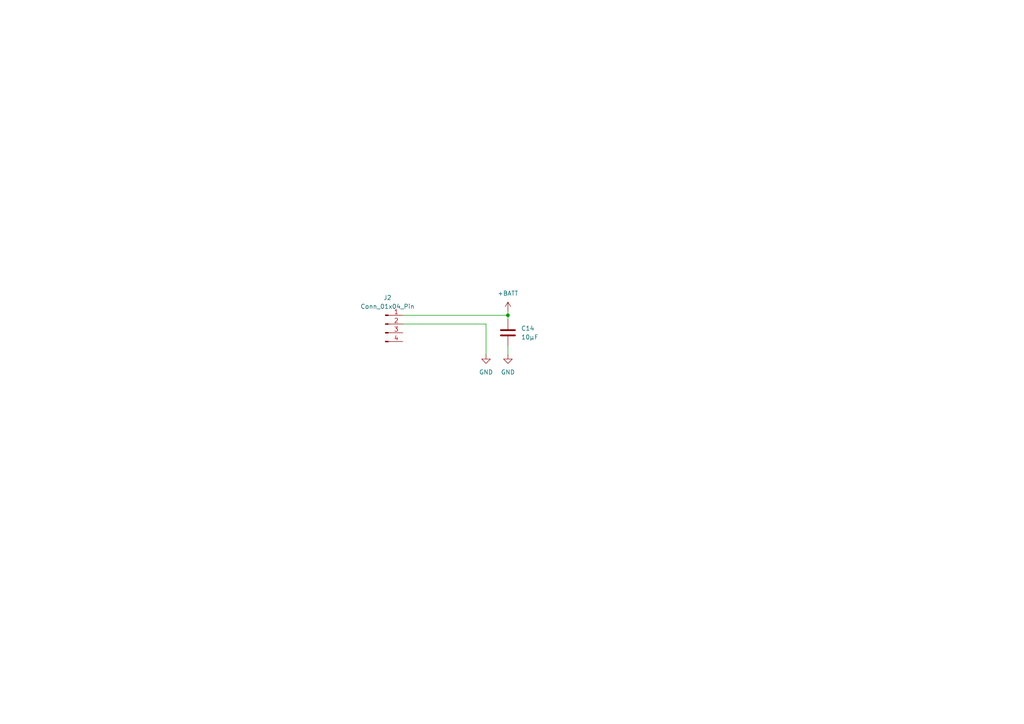
<source format=kicad_sch>
(kicad_sch (version 20230121) (generator eeschema)
  (paper "A4")
  (lib_symbols
    (symbol "Connector:Conn_01x04_Pin" (pin_names (offset 1.016) hide)
      (property "Reference" "J" (at 0 5.08 0))
      (property "Value" "Conn_01x04_Pin" (at 0 -7.62 0))
      (symbol "Conn_01x04_Pin_1_1"
        (polyline (pts (xy 1.27 -5.08) (xy 0.8636 -5.08)) (stroke (width 0.1524)))
        (polyline (pts (xy 1.27 -2.54) (xy 0.8636 -2.54)) (stroke (width 0.1524)))
        (polyline (pts (xy 1.27 0) (xy 0.8636 0)) (stroke (width 0.1524)))
        (polyline (pts (xy 1.27 2.54) (xy 0.8636 2.54)) (stroke (width 0.1524)))
        (rectangle (start 0.8636 -4.953) (end 0 -5.207) (stroke (width 0.1524)) (fill (type outline)))
        (rectangle (start 0.8636 -2.413) (end 0 -2.667) (stroke (width 0.1524)) (fill (type outline)))
        (rectangle (start 0.8636 0.127) (end 0 -0.127) (stroke (width 0.1524)) (fill (type outline)))
        (rectangle (start 0.8636 2.667) (end 0 2.413) (stroke (width 0.1524)) (fill (type outline)))
        (pin passive line (at 5.08 2.54 180) (length 3.81) (name "Pin_1") (number "1"))
        (pin passive line (at 5.08 0 180) (length 3.81) (name "Pin_2") (number "2"))
        (pin passive line (at 5.08 -2.54 180) (length 3.81) (name "Pin_3") (number "3"))
        (pin passive line (at 5.08 -5.08 180) (length 3.81) (name "Pin_4") (number "4"))
      )
    )
    (symbol "Device:C" (pin_numbers hide) (pin_names (offset 0.254))
      (property "Reference" "C" (at 0.635 2.54 0))
      (property "Value" "C" (at 0.635 -2.54 0))
      (symbol "C_0_1"
        (polyline (pts (xy -2.032 -0.762) (xy 2.032 -0.762)) (stroke (width 0.508)))
        (polyline (pts (xy -2.032 0.762) (xy 2.032 0.762)) (stroke (width 0.508)))
      )
      (symbol "C_1_1"
        (pin passive line (at 0 3.81 270) (length 2.794) (name "~") (number "1"))
        (pin passive line (at 0 -3.81 90) (length 2.794) (name "~") (number "2"))
      )
    )
    (symbol "power:+BATT" (power) (pin_names (offset 0))
      (property "Value" "+BATT" (at 0 3.556 0))
      (symbol "+BATT_0_1"
        (polyline (pts (xy -0.762 1.27) (xy 0 2.54)))
        (polyline (pts (xy 0 0) (xy 0 2.54)))
        (polyline (pts (xy 0 2.54) (xy 0.762 1.27)))
      )
      (symbol "+BATT_1_1"
        (pin power_in line (at 0 0 90) (length 0) hide (name "+BATT") (number "1"))
      )
    )
    (symbol "power:GND" (power) (pin_names (offset 0))
      (property "Value" "GND" (at 0 -3.81 0))
      (symbol "GND_0_1"
        (polyline (pts (xy 0 0) (xy 0 -1.27) (xy 1.27 -1.27) (xy 0 -2.54) (xy -1.27 -1.27) (xy 0 -1.27)))
      )
      (symbol "GND_1_1"
        (pin power_in line (at 0 0 270) (length 0) hide (name "GND") (number "1"))
      )
    )
  )
  (junction (at 147.32 91.44))
  (wire (pts (xy 140.97 93.98) (xy 140.97 102.87)))
  (wire (pts (xy 147.32 91.44) (xy 147.32 92.71)))
  (wire (pts (xy 116.84 91.44) (xy 147.32 91.44)))
  (wire (pts (xy 147.32 100.33) (xy 147.32 102.87)))
  (wire (pts (xy 116.84 93.98) (xy 140.97 93.98)))
  (wire (pts (xy 147.32 90.17) (xy 147.32 91.44)))
  (symbol (lib_id "Device:C") (at 147.32 96.52 0) (unit 1)
    (property "Reference" "C14" (at 151.13 95.25 0) (effects (justify left)))
    (property "Value" "10µF" (at 151.13 97.79 0) (effects (justify left)))
  )
  (symbol (lib_id "power:GND") (at 140.97 102.87 0) (unit 1)
    (property "Reference" "#PWR028" (effects hide))
    (property "Value" "GND" (at 140.97 107.95 0))
  )
  (symbol (lib_id "power:GND") (at 147.32 102.87 0) (unit 1)
    (property "Reference" "#PWR027" (effects hide))
    (property "Value" "GND" (at 147.32 107.95 0))
  )
  (symbol (lib_id "power:+BATT") (at 147.32 90.17 0) (unit 1)
    (property "Reference" "#PWR026" (effects hide))
    (property "Value" "+BATT" (at 147.32 85.09 0))
  )
  (symbol (lib_id "Connector:Conn_01x04_Pin") (at 111.76 93.98 0) (unit 1)
    (property "Reference" "J2" (at 112.395 86.36 0))
    (property "Value" "Conn_01x04_Pin" (at 112.395 88.9 0))
    (property "Footprint" "Connector_PinHeader_2.54mm:PinHeader_1x04_P2.54mm_Vertical" (effects hide))
  )
)
</source>
